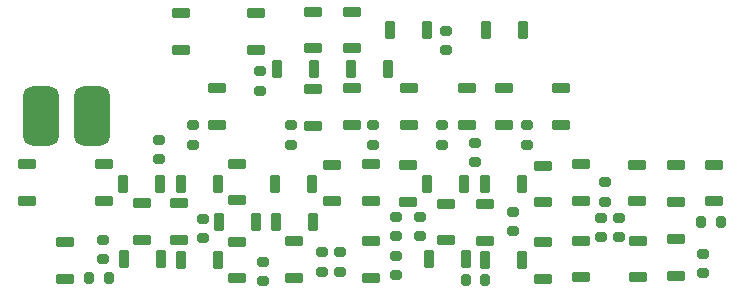
<source format=gbr>
%TF.GenerationSoftware,KiCad,Pcbnew,6.0.0-rc1-unknown-65cbf2d2b7~144~ubuntu18.04.1*%
%TF.CreationDate,2022-01-27T22:01:49+01:00*%
%TF.ProjectId,voll_verteilt,766f6c6c-5f76-4657-9274-65696c742e6b,rev?*%
%TF.SameCoordinates,PX52f83c0PY660b0c0*%
%TF.FileFunction,Soldermask,Bot*%
%TF.FilePolarity,Negative*%
%FSLAX46Y46*%
G04 Gerber Fmt 4.6, Leading zero omitted, Abs format (unit mm)*
G04 Created by KiCad (PCBNEW 6.0.0-rc1-unknown-65cbf2d2b7~144~ubuntu18.04.1) date 2022-01-27 22:01:49*
%MOMM*%
%LPD*%
G01*
G04 APERTURE LIST*
G04 Aperture macros list*
%AMRoundRect*
0 Rectangle with rounded corners*
0 $1 Rounding radius*
0 $2 $3 $4 $5 $6 $7 $8 $9 X,Y pos of 4 corners*
0 Add a 4 corners polygon primitive as box body*
4,1,4,$2,$3,$4,$5,$6,$7,$8,$9,$2,$3,0*
0 Add four circle primitives for the rounded corners*
1,1,$1+$1,$2,$3*
1,1,$1+$1,$4,$5*
1,1,$1+$1,$6,$7*
1,1,$1+$1,$8,$9*
0 Add four rect primitives between the rounded corners*
20,1,$1+$1,$2,$3,$4,$5,0*
20,1,$1+$1,$4,$5,$6,$7,0*
20,1,$1+$1,$6,$7,$8,$9,0*
20,1,$1+$1,$8,$9,$2,$3,0*%
G04 Aperture macros list end*
%ADD10RoundRect,0.750000X0.750000X-1.750000X0.750000X1.750000X-0.750000X1.750000X-0.750000X-1.750000X0*%
%ADD11RoundRect,0.200000X0.275000X-0.200000X0.275000X0.200000X-0.275000X0.200000X-0.275000X-0.200000X0*%
%ADD12RoundRect,0.200000X-0.275000X0.200000X-0.275000X-0.200000X0.275000X-0.200000X0.275000X0.200000X0*%
%ADD13C,0.100000*%
%ADD14RoundRect,0.200000X0.200000X-0.600000X0.200000X0.600000X-0.200000X0.600000X-0.200000X-0.600000X0*%
%ADD15RoundRect,0.200000X-0.600000X-0.200000X0.600000X-0.200000X0.600000X0.200000X-0.600000X0.200000X0*%
%ADD16RoundRect,0.200000X-0.200000X0.600000X-0.200000X-0.600000X0.200000X-0.600000X0.200000X0.600000X0*%
%ADD17RoundRect,0.200000X-0.200000X-0.275000X0.200000X-0.275000X0.200000X0.275000X-0.200000X0.275000X0*%
%ADD18RoundRect,0.200000X0.200000X0.275000X-0.200000X0.275000X-0.200000X-0.275000X0.200000X-0.275000X0*%
G04 APERTURE END LIST*
D10*
%TO.C,J102*%
X28100000Y15000000D03*
%TD*%
%TO.C,J101*%
X23800000Y15000000D03*
%TD*%
D11*
%TO.C,R123*%
X71200000Y4775000D03*
X71200000Y6425000D03*
%TD*%
D12*
%TO.C,R107*%
X57700000Y14225000D03*
X57700000Y12575000D03*
%TD*%
D13*
%TO.C,D132*%
X45250000Y6050000D03*
D14*
X46800000Y6050000D03*
X43700000Y6050000D03*
%TD*%
D13*
%TO.C,D126*%
X40400000Y2825000D03*
D15*
X40400000Y1275000D03*
X40400000Y4375000D03*
%TD*%
D13*
%TO.C,D117*%
X40400000Y9425000D03*
D15*
X40400000Y7875000D03*
X40400000Y10975000D03*
%TD*%
D11*
%TO.C,R120*%
X55850000Y4825000D03*
X55850000Y6475000D03*
%TD*%
D13*
%TO.C,D122*%
X32375000Y2900000D03*
D16*
X30825000Y2900000D03*
X33925000Y2900000D03*
%TD*%
D11*
%TO.C,R117*%
X60500000Y11125000D03*
X60500000Y12775000D03*
%TD*%
D13*
%TO.C,D141*%
X62950000Y2850000D03*
D14*
X64500000Y2850000D03*
X61400000Y2850000D03*
%TD*%
D17*
%TO.C,R114*%
X27875000Y1300000D03*
X29525000Y1300000D03*
%TD*%
D13*
%TO.C,D130*%
X35450000Y6075000D03*
D15*
X35450000Y4525000D03*
X35450000Y7625000D03*
%TD*%
D11*
%TO.C,R122*%
X79850000Y1725000D03*
X79850000Y3375000D03*
%TD*%
D13*
%TO.C,D138*%
X51700000Y9415000D03*
D15*
X51700000Y7865000D03*
X51700000Y10965000D03*
%TD*%
D13*
%TO.C,D136*%
X61400000Y6000000D03*
D15*
X61400000Y4450000D03*
X61400000Y7550000D03*
%TD*%
D13*
%TO.C,D139*%
X58100000Y6050000D03*
D15*
X58100000Y4500000D03*
X58100000Y7600000D03*
%TD*%
D11*
%TO.C,R113*%
X42600000Y1025000D03*
X42600000Y2675000D03*
%TD*%
D12*
%TO.C,R101*%
X44900000Y14225000D03*
X44900000Y12575000D03*
%TD*%
D11*
%TO.C,R108*%
X71500000Y7775000D03*
X71500000Y9425000D03*
%TD*%
D13*
%TO.C,D146*%
X69500000Y2900000D03*
D15*
X69500000Y1350000D03*
X69500000Y4450000D03*
%TD*%
D13*
%TO.C,D115*%
X67800000Y15800000D03*
D15*
X67800000Y14250000D03*
X67800000Y17350000D03*
%TD*%
D13*
%TO.C,D128*%
X25800000Y2800000D03*
D15*
X25800000Y1250000D03*
X25800000Y4350000D03*
%TD*%
D12*
%TO.C,R105*%
X51900000Y14225000D03*
X51900000Y12575000D03*
%TD*%
D13*
%TO.C,D147*%
X74250000Y9350000D03*
D15*
X74250000Y7800000D03*
X74250000Y10900000D03*
%TD*%
D11*
%TO.C,R115*%
X37450000Y4675000D03*
X37450000Y6325000D03*
%TD*%
%TO.C,R112*%
X33800000Y11375000D03*
X33800000Y13025000D03*
%TD*%
D12*
%TO.C,R103*%
X42300000Y18825000D03*
X42300000Y17175000D03*
%TD*%
D11*
%TO.C,R109*%
X47550000Y1825000D03*
X47550000Y3475000D03*
%TD*%
D13*
%TO.C,D104*%
X63000000Y15800000D03*
D15*
X63000000Y14250000D03*
X63000000Y17350000D03*
%TD*%
D13*
%TO.C,D112*%
X38700000Y15800000D03*
D15*
X38700000Y14250000D03*
X38700000Y17350000D03*
%TD*%
D12*
%TO.C,R106*%
X36600000Y14225000D03*
X36600000Y12575000D03*
%TD*%
%TO.C,R111*%
X29050000Y4525000D03*
X29050000Y2875000D03*
%TD*%
D13*
%TO.C,D140*%
X58200000Y2900000D03*
D16*
X56650000Y2900000D03*
X59750000Y2900000D03*
%TD*%
D13*
%TO.C,D105*%
X46800000Y22300000D03*
D15*
X46800000Y20750000D03*
X46800000Y23850000D03*
%TD*%
D13*
%TO.C,D118*%
X40400000Y6050000D03*
D14*
X41950000Y6050000D03*
X38850000Y6050000D03*
%TD*%
D13*
%TO.C,D120*%
X51680000Y2890000D03*
D15*
X51680000Y1340000D03*
X51680000Y4440000D03*
%TD*%
D13*
%TO.C,D101*%
X42000000Y22200000D03*
D15*
X42000000Y20650000D03*
X42000000Y23750000D03*
%TD*%
D13*
%TO.C,D109*%
X51600000Y19000000D03*
D14*
X53150000Y19000000D03*
X50050000Y19000000D03*
%TD*%
D11*
%TO.C,R110*%
X53800000Y1545000D03*
X53800000Y3195000D03*
%TD*%
D13*
%TO.C,D110*%
X50100000Y15800000D03*
D15*
X50100000Y14250000D03*
X50100000Y17350000D03*
%TD*%
D13*
%TO.C,D142*%
X66250000Y2800000D03*
D15*
X66250000Y1250000D03*
X66250000Y4350000D03*
%TD*%
D13*
%TO.C,D131*%
X45125000Y9250000D03*
D14*
X46675000Y9250000D03*
X43575000Y9250000D03*
%TD*%
D12*
%TO.C,R116*%
X49100000Y3475000D03*
X49100000Y1825000D03*
%TD*%
D13*
%TO.C,D149*%
X80750000Y9350000D03*
D15*
X80750000Y7800000D03*
X80750000Y10900000D03*
%TD*%
D13*
%TO.C,D144*%
X77550000Y3025000D03*
D15*
X77550000Y1475000D03*
X77550000Y4575000D03*
%TD*%
D13*
%TO.C,D121*%
X32300000Y6075000D03*
D15*
X32300000Y4525000D03*
X32300000Y7625000D03*
%TD*%
D13*
%TO.C,D145*%
X66300000Y9275000D03*
D15*
X66300000Y7725000D03*
X66300000Y10825000D03*
%TD*%
D13*
%TO.C,D114*%
X59800000Y15800000D03*
D15*
X59800000Y14250000D03*
X59800000Y17350000D03*
%TD*%
D12*
%TO.C,R104*%
X58100000Y22250000D03*
X58100000Y20600000D03*
%TD*%
%TO.C,R119*%
X53810000Y6495000D03*
X53810000Y4845000D03*
%TD*%
D11*
%TO.C,R118*%
X63700000Y5275000D03*
X63700000Y6925000D03*
%TD*%
D13*
%TO.C,D108*%
X54900000Y22300000D03*
D14*
X56450000Y22300000D03*
X53350000Y22300000D03*
%TD*%
D13*
%TO.C,D134*%
X58025000Y9300000D03*
D14*
X59575000Y9300000D03*
X56475000Y9300000D03*
%TD*%
D13*
%TO.C,D111*%
X35600000Y22200000D03*
D15*
X35600000Y20650000D03*
X35600000Y23750000D03*
%TD*%
D13*
%TO.C,D107*%
X50100000Y22300000D03*
D15*
X50100000Y20750000D03*
X50100000Y23850000D03*
%TD*%
D13*
%TO.C,D103*%
X63000000Y22300000D03*
D14*
X64550000Y22300000D03*
X61450000Y22300000D03*
%TD*%
D13*
%TO.C,D125*%
X37175000Y2850000D03*
D14*
X38725000Y2850000D03*
X35625000Y2850000D03*
%TD*%
D13*
%TO.C,D127*%
X22600000Y9400000D03*
D15*
X22600000Y7850000D03*
X22600000Y10950000D03*
%TD*%
D13*
%TO.C,D124*%
X32300000Y9300000D03*
D14*
X33850000Y9300000D03*
X30750000Y9300000D03*
%TD*%
D13*
%TO.C,D137*%
X48440000Y9355000D03*
D15*
X48440000Y7805000D03*
X48440000Y10905000D03*
%TD*%
D13*
%TO.C,D148*%
X74350000Y2900000D03*
D15*
X74350000Y1350000D03*
X74350000Y4450000D03*
%TD*%
D13*
%TO.C,D129*%
X37200000Y9300000D03*
D14*
X38750000Y9300000D03*
X35650000Y9300000D03*
%TD*%
D13*
%TO.C,D123*%
X29100000Y9400000D03*
D15*
X29100000Y7850000D03*
X29100000Y10950000D03*
%TD*%
D17*
%TO.C,R125*%
X79675000Y6050000D03*
X81325000Y6050000D03*
%TD*%
D13*
%TO.C,D116*%
X69500000Y9400000D03*
D15*
X69500000Y7850000D03*
X69500000Y10950000D03*
%TD*%
D13*
%TO.C,D113*%
X54900000Y15800000D03*
D15*
X54900000Y14250000D03*
X54900000Y17350000D03*
%TD*%
D12*
%TO.C,R102*%
X64900000Y14225000D03*
X64900000Y12575000D03*
%TD*%
D13*
%TO.C,D135*%
X62950000Y9300000D03*
D14*
X64500000Y9300000D03*
X61400000Y9300000D03*
%TD*%
D11*
%TO.C,R124*%
X72700000Y4775000D03*
X72700000Y6425000D03*
%TD*%
D13*
%TO.C,D143*%
X77550000Y9300000D03*
D15*
X77550000Y7750000D03*
X77550000Y10850000D03*
%TD*%
D13*
%TO.C,D102*%
X46800000Y15750000D03*
D15*
X46800000Y14200000D03*
X46800000Y17300000D03*
%TD*%
D13*
%TO.C,D106*%
X45300000Y19000000D03*
D16*
X43750000Y19000000D03*
X46850000Y19000000D03*
%TD*%
D13*
%TO.C,D133*%
X54850000Y9300000D03*
D15*
X54850000Y7750000D03*
X54850000Y10850000D03*
%TD*%
D18*
%TO.C,R121*%
X61375000Y1100000D03*
X59725000Y1100000D03*
%TD*%
D13*
%TO.C,D119*%
X45210000Y2890000D03*
D15*
X45210000Y1340000D03*
X45210000Y4440000D03*
%TD*%
M02*

</source>
